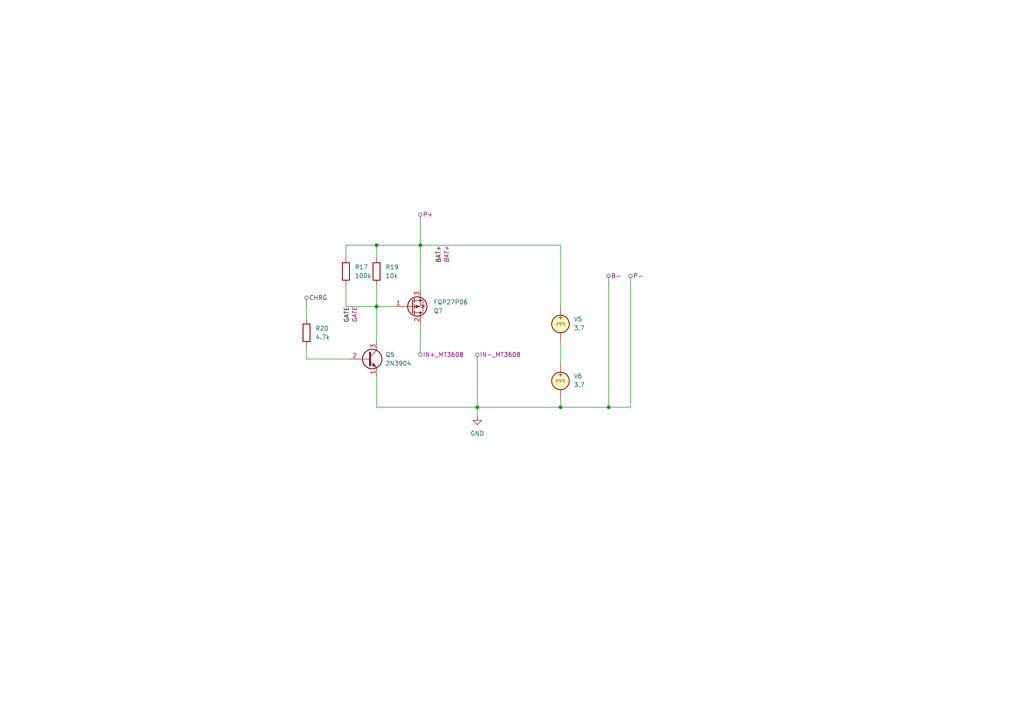
<source format=kicad_sch>
(kicad_sch (version 20250114) (generator "eeschema") (generator_version "9.0")
  (paper "A4")
  (lib_symbols
    (symbol "Device:R" (pin_numbers (hide yes)) (pin_names (offset 0))
      (property "Reference" "R" (at 2.032 0 90))
      (property "Value" "R" (at 0 0 90))
      (symbol "R_0_1"
        (rectangle (start -1.016 -2.54) (end 1.016 2.54) (stroke (width 0.254)))
      )
      (symbol "R_1_1"
        (pin passive line (at 0 3.81 270) (length 1.27) (name "~") (number "1"))
        (pin passive line (at 0 -3.81 90) (length 1.27) (name "~") (number "2"))
      )
    )
    (symbol "Simulation_SPICE:VDC" (pin_numbers (hide yes)) (pin_names (offset 0.0254))
      (property "Reference" "V" (at 2.54 2.54 0))
      (property "Value" "1" (at 2.54 0 0))
      (symbol "VDC_0_0"
        (polyline (pts (xy -1.27 0.254) (xy 1.27 0.254)))
        (polyline (pts (xy -0.762 -0.254) (xy -1.27 -0.254)))
        (polyline (pts (xy 0.254 -0.254) (xy -0.254 -0.254)))
        (polyline (pts (xy 1.27 -0.254) (xy 0.762 -0.254)))
        (text "+" (at 0 1.905 0) (effects (font (size 1.27 1.27))))
      )
      (symbol "VDC_0_1"
        (circle (center 0 0) (radius 2.54) (stroke (width 0.254)) (fill (type background)))
      )
      (symbol "VDC_1_1"
        (pin passive line (at 0 5.08 270) (length 2.54) (name "~") (number "1"))
        (pin passive line (at 0 -5.08 90) (length 2.54) (name "~") (number "2"))
      )
    )
    (symbol "Transistor_BJT:2N3904" (pin_names (offset 0) (hide yes))
      (property "Reference" "Q" (at 5.08 1.905 0))
      (property "Value" "2N3904" (at 5.08 0 0))
      (symbol "2N3904_0_1"
        (polyline (pts (xy -2.54 0) (xy 0.635 0)))
        (polyline (pts (xy 0.635 1.905) (xy 0.635 -1.905)) (stroke (width 0.508)))
        (circle (center 1.27 0) (radius 2.8194) (stroke (width 0.254)))
      )
      (symbol "2N3904_1_1"
        (polyline (pts (xy 0.635 0.635) (xy 2.54 2.54)))
        (polyline (pts (xy 0.635 -0.635) (xy 2.54 -2.54)))
        (polyline (pts (xy 1.27 -1.778) (xy 1.778 -1.27) (xy 2.286 -2.286) (xy 1.27 -1.778)) (fill (type outline)))
        (pin input line (at -5.08 0 0) (length 2.54) (name "B") (number "2"))
        (pin passive line (at 2.54 5.08 270) (length 2.54) (name "C") (number "3"))
        (pin passive line (at 2.54 -5.08 90) (length 2.54) (name "E") (number "1"))
      )
    )
    (symbol "Transistor_FET:FQP27P06" (pin_names (hide yes))
      (property "Reference" "Q" (at 5.08 1.905 0))
      (property "Value" "FQP27P06" (at 5.08 0 0))
      (symbol "FQP27P06_0_1"
        (polyline (pts (xy 0.254 1.905) (xy 0.254 -1.905)) (stroke (width 0.254)))
        (polyline (pts (xy 0.254 0) (xy -2.54 0)))
        (polyline (pts (xy 0.762 2.286) (xy 0.762 1.27)) (stroke (width 0.254)))
        (polyline (pts (xy 0.762 1.778) (xy 3.302 1.778) (xy 3.302 -1.778) (xy 0.762 -1.778)))
        (polyline (pts (xy 0.762 0.508) (xy 0.762 -0.508)) (stroke (width 0.254)))
        (polyline (pts (xy 0.762 -1.27) (xy 0.762 -2.286)) (stroke (width 0.254)))
        (circle (center 1.651 0) (radius 2.794) (stroke (width 0.254)))
        (polyline (pts (xy 2.286 0) (xy 1.27 0.381) (xy 1.27 -0.381) (xy 2.286 0)) (fill (type outline)))
        (polyline (pts (xy 2.54 2.54) (xy 2.54 1.778)))
        (circle (center 2.54 1.778) (radius 0.254) (fill (type outline)))
        (circle (center 2.54 -1.778) (radius 0.254) (fill (type outline)))
        (polyline (pts (xy 2.54 -2.54) (xy 2.54 0) (xy 0.762 0)))
        (polyline (pts (xy 2.794 -0.508) (xy 2.921 -0.381) (xy 3.683 -0.381) (xy 3.81 -0.254)))
        (polyline (pts (xy 3.302 -0.381) (xy 2.921 0.254) (xy 3.683 0.254) (xy 3.302 -0.381)))
      )
      (symbol "FQP27P06_1_1"
        (pin input line (at -5.08 0 0) (length 2.54) (name "G") (number "1"))
        (pin passive line (at 2.54 5.08 270) (length 2.54) (name "D") (number "2"))
        (pin passive line (at 2.54 -5.08 90) (length 2.54) (name "S") (number "3"))
      )
    )
    (symbol "power:GND" (power) (pin_numbers (hide yes)) (pin_names (offset 0) (hide yes))
      (property "Value" "GND" (at 0 -3.81 0))
      (symbol "GND_0_1"
        (polyline (pts (xy 0 0) (xy 0 -1.27) (xy 1.27 -1.27) (xy 0 -2.54) (xy -1.27 -1.27) (xy 0 -1.27)))
      )
      (symbol "GND_1_1"
        (pin power_in line (at 0 0 270) (length 0) (name "~") (number "1"))
      )
    )
  )
  (junction (at 109.22 88.9))
  (junction (at 176.53 118.11))
  (junction (at 121.92 71.12))
  (junction (at 162.56 118.11))
  (junction (at 138.43 118.11))
  (junction (at 109.22 71.12))
  (wire (pts (xy 100.33 88.9) (xy 109.22 88.9)))
  (wire (pts (xy 109.22 118.11) (xy 138.43 118.11)))
  (wire (pts (xy 182.88 82.55) (xy 182.88 118.11)))
  (wire (pts (xy 138.43 118.11) (xy 138.43 120.65)))
  (wire (pts (xy 88.9 88.9) (xy 88.9 92.71)))
  (wire (pts (xy 182.88 118.11) (xy 176.53 118.11)))
  (wire (pts (xy 138.43 105.41) (xy 138.43 118.11)))
  (wire (pts (xy 109.22 88.9) (xy 114.3 88.9)))
  (wire (pts (xy 109.22 71.12) (xy 109.22 74.93)))
  (wire (pts (xy 121.92 83.82) (xy 121.92 71.12)))
  (wire (pts (xy 121.92 93.98) (xy 121.92 100.33)))
  (wire (pts (xy 162.56 71.12) (xy 121.92 71.12)))
  (wire (pts (xy 88.9 104.14) (xy 88.9 100.33)))
  (wire (pts (xy 88.9 104.14) (xy 101.6 104.14)))
  (wire (pts (xy 100.33 82.55) (xy 100.33 88.9)))
  (wire (pts (xy 121.92 64.77) (xy 121.92 71.12)))
  (wire (pts (xy 162.56 115.57) (xy 162.56 118.11)))
  (wire (pts (xy 162.56 118.11) (xy 176.53 118.11)))
  (wire (pts (xy 176.53 82.55) (xy 176.53 118.11)))
  (wire (pts (xy 138.43 118.11) (xy 162.56 118.11)))
  (wire (pts (xy 100.33 74.93) (xy 100.33 71.12)))
  (wire (pts (xy 109.22 99.06) (xy 109.22 88.9)))
  (wire (pts (xy 109.22 82.55) (xy 109.22 88.9)))
  (wire (pts (xy 162.56 99.06) (xy 162.56 105.41)))
  (wire (pts (xy 121.92 71.12) (xy 109.22 71.12)))
  (wire (pts (xy 162.56 71.12) (xy 162.56 88.9)))
  (wire (pts (xy 109.22 109.22) (xy 109.22 118.11)))
  (wire (pts (xy 100.33 71.12) (xy 109.22 71.12)))
  (label "GATE" (at 101.6 88.9 270) (property "Netclass" "GATE" (at 102.87 88.9 90) (effects (font (italic yes)) (justify right))))
  (label "BAT+" (at 128.27 71.12 270) (property "Netclass" "BAT+" (at 129.54 71.12 90) (effects (font (italic yes)) (justify right))))
  (netclass_flag "" (length 2.54) (shape round) (at 121.92 100.33 180) (property "Netclass" "IN+_MT3608" (at 122.6185 102.87 0) (effects (justify left))))
  (netclass_flag "" (length 2.54) (shape round) (at 121.92 64.77 0) (property "Netclass" "P+" (at 122.6185 62.23 0) (effects (justify left))))
  (netclass_flag "" (length 2.54) (shape round) (at 88.9 88.9 0) (property "Netclass" "CHRG" (at 89.5985 86.36 0) (effects (justify left))))
  (netclass_flag "" (length 2.54) (shape round) (at 182.88 82.55 0) (property "Netclass" "P-" (at 183.5785 80.01 0) (effects (justify left))))
  (netclass_flag "" (length 2.54) (shape round) (at 138.43 105.41 0) (property "Netclass" "IN-_MT3608" (at 139.1285 102.87 0) (effects (justify left))))
  (netclass_flag "" (length 2.54) (shape round) (at 176.53 82.55 0) (property "Netclass" "B-" (at 177.2285 80.01 0) (effects (justify left))))
  (symbol (lib_id "Device:R") (at 109.22 78.74 0) (unit 1)
    (property "Reference" "R19" (at 111.76 77.4699 0) (effects (justify left)))
    (property "Value" "10k" (at 111.76 80.0099 0) (effects (justify left)))
    (property "Description" "Resistor" (effects (hide yes)))
  )
  (symbol (lib_id "Simulation_SPICE:VDC") (at 162.56 93.98 0) (unit 1)
    (property "Reference" "V5" (at 166.37 92.5801 0) (effects (justify left)))
    (property "Value" "3.7" (at 166.37 95.1201 0) (effects (justify left)))
    (property "Datasheet" "https://ngspice.sourceforge.io/docs/ngspice-html-manual/manual.xhtml#sec_Independent_Sources_for" (effects (hide yes)))
    (property "Description" "Voltage source, DC" (effects (hide yes)))
    (property "Sim.Pins" "1=+ 2=-" (effects (hide yes)))
    (property "Sim.Type" "DC" (effects (hide yes)))
    (property "Sim.Device" "V" (effects (hide yes)))
  )
  (symbol (lib_id "Simulation_SPICE:VDC") (at 162.56 110.49 0) (unit 1)
    (property "Reference" "V6" (at 166.37 109.0901 0) (effects (justify left)))
    (property "Value" "3.7" (at 166.37 111.6301 0) (effects (justify left)))
    (property "Datasheet" "https://ngspice.sourceforge.io/docs/ngspice-html-manual/manual.xhtml#sec_Independent_Sources_for" (effects (hide yes)))
    (property "Description" "Voltage source, DC" (effects (hide yes)))
    (property "Sim.Pins" "1=+ 2=-" (effects (hide yes)))
    (property "Sim.Type" "DC" (effects (hide yes)))
    (property "Sim.Device" "V" (effects (hide yes)))
  )
  (symbol (lib_id "Transistor_FET:FQP27P06") (at 119.38 88.9 0) (mirror x) (unit 1)
    (property "Reference" "Q7" (at 125.73 90.1701 0) (effects (justify left)))
    (property "Value" "FQP27P06" (at 125.73 87.6301 0) (effects (justify left)))
    (property "Footprint" "Package_TO_SOT_THT:TO-220-3_Vertical" (effects (hide yes)))
    (property "Datasheet" "https://www.onsemi.com/pub/Collateral/FQP27P06-D.PDF" (effects (hide yes)))
    (property "Description" "-27A Id, -60V Vds, QFET P-Channel MOSFET, TO-220" (effects (hide yes)))
  )
  (symbol (lib_id "Transistor_BJT:2N3904") (at 106.68 104.14 0) (unit 1)
    (property "Reference" "Q5" (at 111.76 102.8699 0) (effects (justify left)))
    (property "Value" "2N3904" (at 111.76 105.4099 0) (effects (justify left)))
    (property "Footprint" "Package_TO_SOT_THT:TO-92_Inline" (effects (hide yes)))
    (property "Datasheet" "https://www.onsemi.com/pub/Collateral/2N3903-D.PDF" (effects (hide yes)))
    (property "Description" "0.2A Ic, 40V Vce, Small Signal NPN Transistor, TO-92" (effects (hide yes)))
  )
  (symbol (lib_id "Device:R") (at 100.33 78.74 0) (unit 1)
    (property "Reference" "R17" (at 102.87 77.4699 0) (effects (justify left)))
    (property "Value" "100k" (at 102.87 80.0099 0) (effects (justify left)))
    (property "Description" "Resistor" (effects (hide yes)))
  )
  (symbol (lib_id "power:GND") (at 138.43 120.65 0) (unit 1)
    (property "Reference" "#PWR04" (effects (hide yes)))
    (property "Value" "GND" (at 138.43 125.73 0))
    (property "Description" "Power symbol creates a global label with name \"GND\" , ground" (effects (hide yes)))
  )
  (symbol (lib_id "Device:R") (at 88.9 96.52 0) (unit 1)
    (property "Reference" "R20" (at 91.44 95.2499 0) (effects (justify left)))
    (property "Value" "4.7k" (at 91.44 97.7899 0) (effects (justify left)))
    (property "Description" "Resistor" (effects (hide yes)))
  )
)
</source>
